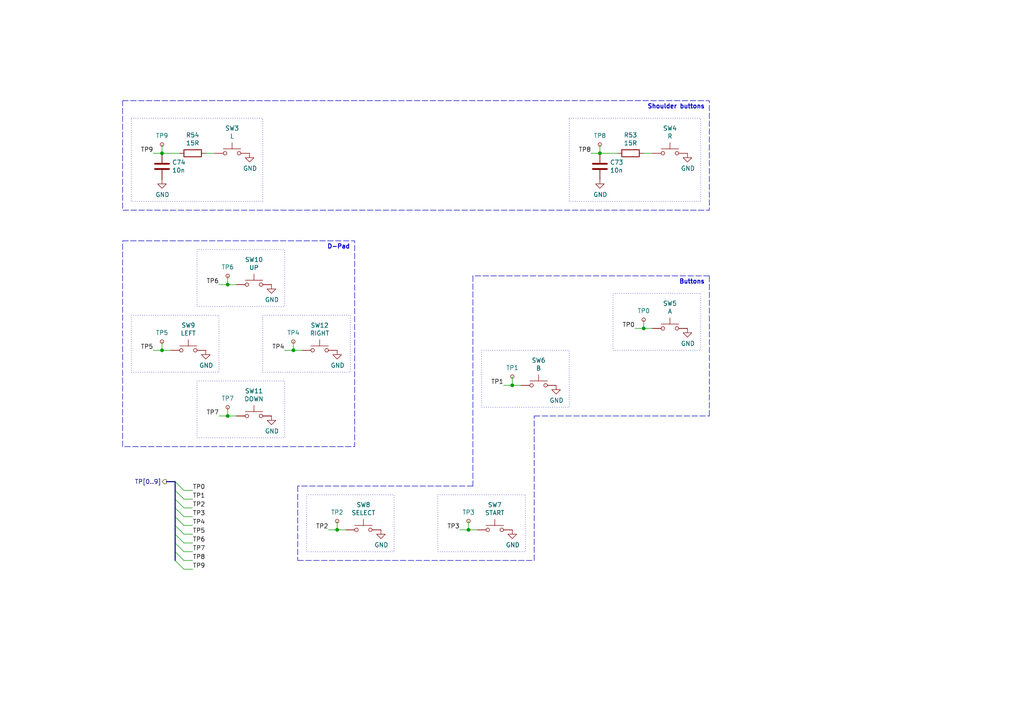
<source format=kicad_sch>
(kicad_sch (version 20230121) (generator eeschema)
  (paper "A4")
  (title_block (title "AGS-CPU-11") (date "2023-07-18") (rev "E") (company "https://gekkio.fi") (comment 1 "https://github.com/Gekkio/gb-schematics"))
  (lib_symbols
    (symbol "Connector:TestPoint_Small" (pin_numbers hide) (pin_names (offset 0.762) hide)
      (property "Reference" "TP" (at 0 3.81 0))
      (property "Value" "TestPoint_Small" (at 0 2.032 0))
      (symbol "TestPoint_Small_0_1"
        (circle (center 0 0) (radius 0.508))
      )
      (symbol "TestPoint_Small_1_1"
        (pin passive line (at 0 0 90) (length 0) (name "1") (number "1"))
      )
    )
    (symbol "Device:C" (pin_numbers hide) (pin_names (offset 0.254))
      (property "Reference" "C" (at 0.635 2.54 0))
      (property "Value" "C" (at 0.635 -2.54 0))
      (symbol "C_0_1"
        (polyline (pts (xy -2.032 -0.762) (xy 2.032 -0.762)) (stroke (width 0.508)))
        (polyline (pts (xy -2.032 0.762) (xy 2.032 0.762)) (stroke (width 0.508)))
      )
      (symbol "C_1_1"
        (pin passive line (at 0 3.81 270) (length 2.794) (name "~") (number "1"))
        (pin passive line (at 0 -3.81 90) (length 2.794) (name "~") (number "2"))
      )
    )
    (symbol "Device:R" (pin_numbers hide) (pin_names (offset 0))
      (property "Reference" "R" (at 2.032 0 90))
      (property "Value" "R" (at 0 0 90))
      (symbol "R_0_1"
        (rectangle (start -1.016 -2.54) (end 1.016 2.54) (stroke (width 0.254)))
      )
      (symbol "R_1_1"
        (pin passive line (at 0 3.81 270) (length 1.27) (name "~") (number "1"))
        (pin passive line (at 0 -3.81 90) (length 1.27) (name "~") (number "2"))
      )
    )
    (symbol "Switch:SW_Push" (pin_numbers hide) (pin_names (offset 1.016) hide)
      (property "Reference" "SW" (at 1.27 2.54 0))
      (property "Value" "SW_Push" (at 0 -1.524 0))
      (symbol "SW_Push_0_1"
        (circle (center -2.032 0) (radius 0.508))
        (polyline (pts (xy 0 1.27) (xy 0 3.048)))
        (polyline (pts (xy 2.54 1.27) (xy -2.54 1.27)))
        (circle (center 2.032 0) (radius 0.508))
        (pin passive line (at -5.08 0 0) (length 2.54) (name "1") (number "1"))
        (pin passive line (at 5.08 0 180) (length 2.54) (name "2") (number "2"))
      )
    )
    (symbol "power:GND" (power) (pin_names (offset 0))
      (property "Value" "GND" (at 0 -3.81 0))
      (symbol "GND_0_1"
        (polyline (pts (xy 0 0) (xy 0 -1.27) (xy 1.27 -1.27) (xy 0 -2.54) (xy -1.27 -1.27) (xy 0 -1.27)))
      )
      (symbol "GND_1_1"
        (pin power_in line (at 0 0 270) (length 0) hide (name "GND") (number "1"))
      )
    )
  )
  (junction (at 46.99 101.6))
  (junction (at 148.59 111.76))
  (junction (at 66.04 82.55))
  (junction (at 85.09 101.6))
  (junction (at 66.04 120.65))
  (junction (at 135.89 153.67))
  (junction (at 46.99 44.45))
  (junction (at 173.99 44.45))
  (junction (at 97.79 153.67))
  (junction (at 186.69 95.25))
  (bus_entry (at 50.8 147.32) (size 2.54 2.54))
  (bus_entry (at 50.8 144.78) (size 2.54 2.54))
  (bus_entry (at 50.8 160.02) (size 2.54 2.54))
  (bus_entry (at 50.8 139.7) (size 2.54 2.54))
  (bus_entry (at 50.8 157.48) (size 2.54 2.54))
  (bus_entry (at 50.8 162.56) (size 2.54 2.54))
  (bus_entry (at 50.8 149.86) (size 2.54 2.54))
  (bus_entry (at 50.8 142.24) (size 2.54 2.54))
  (bus_entry (at 50.8 152.4) (size 2.54 2.54))
  (bus_entry (at 50.8 154.94) (size 2.54 2.54))
  (wire (pts (xy 95.25 153.67) (xy 97.79 153.67)))
  (bus (pts (xy 50.8 144.78) (xy 50.8 147.32)))
  (wire (pts (xy 179.07 44.45) (xy 173.99 44.45)))
  (polyline (pts (xy 86.36 140.97) (xy 86.36 162.56)) (stroke (width 0) (type dash)))
  (wire (pts (xy 53.34 142.24) (xy 55.88 142.24)))
  (wire (pts (xy 66.04 118.11) (xy 66.04 120.65)))
  (wire (pts (xy 63.5 120.65) (xy 66.04 120.65)))
  (wire (pts (xy 97.79 153.67) (xy 100.33 153.67)))
  (wire (pts (xy 44.45 101.6) (xy 46.99 101.6)))
  (polyline (pts (xy 154.94 120.65) (xy 205.74 120.65)) (stroke (width 0) (type dash)))
  (wire (pts (xy 46.99 41.91) (xy 46.99 44.45)))
  (bus (pts (xy 50.8 152.4) (xy 50.8 154.94)))
  (wire (pts (xy 186.69 95.25) (xy 189.23 95.25)))
  (wire (pts (xy 52.07 44.45) (xy 46.99 44.45)))
  (wire (pts (xy 53.34 160.02) (xy 55.88 160.02)))
  (bus (pts (xy 50.8 157.48) (xy 50.8 160.02)))
  (bus (pts (xy 50.8 160.02) (xy 50.8 162.56)))
  (wire (pts (xy 66.04 120.65) (xy 68.58 120.65)))
  (wire (pts (xy 53.34 152.4) (xy 55.88 152.4)))
  (polyline (pts (xy 154.94 162.56) (xy 154.94 120.65)) (stroke (width 0) (type dash)))
  (wire (pts (xy 133.35 153.67) (xy 135.89 153.67)))
  (polyline (pts (xy 86.36 162.56) (xy 154.94 162.56)) (stroke (width 0) (type dash)))
  (wire (pts (xy 135.89 151.13) (xy 135.89 153.67)))
  (wire (pts (xy 97.79 151.13) (xy 97.79 153.67)))
  (wire (pts (xy 53.34 147.32) (xy 55.88 147.32)))
  (wire (pts (xy 135.89 153.67) (xy 138.43 153.67)))
  (wire (pts (xy 53.34 157.48) (xy 55.88 157.48)))
  (wire (pts (xy 46.99 101.6) (xy 49.53 101.6)))
  (polyline (pts (xy 205.74 80.01) (xy 137.16 80.01)) (stroke (width 0) (type dash)))
  (wire (pts (xy 63.5 82.55) (xy 66.04 82.55)))
  (bus (pts (xy 50.8 154.94) (xy 50.8 157.48)))
  (wire (pts (xy 53.34 149.86) (xy 55.88 149.86)))
  (wire (pts (xy 59.69 44.45) (xy 62.23 44.45)))
  (wire (pts (xy 82.55 101.6) (xy 85.09 101.6)))
  (polyline (pts (xy 137.16 140.97) (xy 86.36 140.97)) (stroke (width 0) (type dash)))
  (bus (pts (xy 50.8 147.32) (xy 50.8 149.86)))
  (wire (pts (xy 53.34 154.94) (xy 55.88 154.94)))
  (wire (pts (xy 148.59 109.22) (xy 148.59 111.76)))
  (wire (pts (xy 53.34 144.78) (xy 55.88 144.78)))
  (wire (pts (xy 46.99 44.45) (xy 44.45 44.45)))
  (polyline (pts (xy 205.74 120.65) (xy 205.74 80.01)) (stroke (width 0) (type dash)))
  (wire (pts (xy 85.09 101.6) (xy 87.63 101.6)))
  (wire (pts (xy 173.99 44.45) (xy 171.45 44.45)))
  (wire (pts (xy 46.99 99.06) (xy 46.99 101.6)))
  (polyline (pts (xy 137.16 80.01) (xy 137.16 140.97)) (stroke (width 0) (type dash)))
  (wire (pts (xy 66.04 80.01) (xy 66.04 82.55)))
  (wire (pts (xy 85.09 99.06) (xy 85.09 101.6)))
  (wire (pts (xy 184.15 95.25) (xy 186.69 95.25)))
  (bus (pts (xy 50.8 139.7) (xy 50.8 142.24)))
  (wire (pts (xy 53.34 165.1) (xy 55.88 165.1)))
  (bus (pts (xy 50.8 149.86) (xy 50.8 152.4)))
  (wire (pts (xy 146.05 111.76) (xy 148.59 111.76)))
  (wire (pts (xy 173.99 41.91) (xy 173.99 44.45)))
  (wire (pts (xy 186.69 92.71) (xy 186.69 95.25)))
  (wire (pts (xy 53.34 162.56) (xy 55.88 162.56)))
  (wire (pts (xy 148.59 111.76) (xy 151.13 111.76)))
  (bus (pts (xy 50.8 139.7) (xy 48.26 139.7)))
  (bus (pts (xy 50.8 142.24) (xy 50.8 144.78)))
  (wire (pts (xy 186.69 44.45) (xy 189.23 44.45)))
  (wire (pts (xy 66.04 82.55) (xy 68.58 82.55)))
  (rectangle (start 165.1 34.29) (end 203.2 58.42) (stroke (width 0) (type dot)))
  (rectangle (start 177.8 85.09) (end 203.2 101.6) (stroke (width 0) (type dot)))
  (rectangle (start 139.7 101.6) (end 165.1 118.11) (stroke (width 0) (type dot)))
  (rectangle (start 127 143.51) (end 152.4 160.02) (stroke (width 0) (type dot)))
  (rectangle (start 38.1 91.44) (end 63.5 107.95) (stroke (width 0) (type dot)))
  (rectangle (start 76.2 91.44) (end 101.6 107.95) (stroke (width 0) (type dot)))
  (rectangle (start 35.56 69.85) (end 102.87 129.54) (stroke (width 0) (type dash)))
  (rectangle (start 35.56 29.21) (end 205.74 60.96) (stroke (width 0) (type dash)))
  (rectangle (start 57.15 110.49) (end 82.55 127) (stroke (width 0) (type dot)))
  (rectangle (start 57.15 72.39) (end 82.55 88.9) (stroke (width 0) (type dot)))
  (rectangle (start 38.1 34.29) (end 76.2 58.42) (stroke (width 0) (type dot)))
  (rectangle (start 88.9 143.51) (end 114.3 160.02) (stroke (width 0) (type dot)))
  (text "D-Pad" (at 101.6 72.39 0) (effects (font (size 1.27 1.27) (thickness 0.254) bold) (justify right bottom)))
  (text "Shoulder buttons" (at 204.47 31.75 0) (effects (font (size 1.27 1.27) (thickness 0.254) bold) (justify right bottom)))
  (text "Buttons" (at 204.47 82.55 0) (effects (font (size 1.27 1.27) (thickness 0.254) bold) (justify right bottom)))
  (label "TP1" (at 55.88 144.78 0))
  (label "TP7" (at 63.5 120.65 180))
  (label "TP7" (at 55.88 160.02 0))
  (label "TP4" (at 82.55 101.6 180))
  (label "TP2" (at 55.88 147.32 0))
  (label "TP0" (at 55.88 142.24 0))
  (label "TP6" (at 63.5 82.55 180))
  (label "TP0" (at 184.15 95.25 180))
  (label "TP8" (at 55.88 162.56 0))
  (label "TP5" (at 44.45 101.6 180))
  (label "TP1" (at 146.05 111.76 180))
  (label "TP2" (at 95.25 153.67 180))
  (label "TP8" (at 171.45 44.45 180))
  (label "TP3" (at 55.88 149.86 0))
  (label "TP4" (at 55.88 152.4 0))
  (label "TP3" (at 133.35 153.67 180))
  (label "TP9" (at 44.45 44.45 180))
  (label "TP9" (at 55.88 165.1 0))
  (label "TP6" (at 55.88 157.48 0))
  (label "TP5" (at 55.88 154.94 0))
  (hierarchical_label "TP[0..9]" (shape output) (at 48.26 139.7 180))
  (symbol (lib_id "Switch:SW_Push") (at 73.66 82.55 0) (unit 1)
    (property "Reference" "SW10" (at 73.66 75.311 0))
    (property "Value" "UP" (at 73.66 77.6224 0))
  )
  (symbol (lib_id "Switch:SW_Push") (at 73.66 120.65 0) (unit 1)
    (property "Reference" "SW11" (at 73.66 113.411 0))
    (property "Value" "DOWN" (at 73.66 115.7224 0))
  )
  (symbol (lib_id "Switch:SW_Push") (at 92.71 101.6 0) (unit 1)
    (property "Reference" "SW12" (at 92.71 94.361 0))
    (property "Value" "RIGHT" (at 92.71 96.6724 0))
  )
  (symbol (lib_id "Switch:SW_Push") (at 54.61 101.6 0) (unit 1)
    (property "Reference" "SW9" (at 54.61 94.361 0))
    (property "Value" "LEFT" (at 54.61 96.6724 0))
  )
  (symbol (lib_id "power:GND") (at 59.69 101.6 0) (unit 1)
    (property "Reference" "#PWR0157" (effects hide))
    (property "Value" "GND" (at 59.817 105.9942 0))
  )
  (symbol (lib_id "power:GND") (at 78.74 82.55 0) (unit 1)
    (property "Reference" "#PWR0158" (effects hide))
    (property "Value" "GND" (at 78.867 86.9442 0))
  )
  (symbol (lib_id "power:GND") (at 97.79 101.6 0) (unit 1)
    (property "Reference" "#PWR0159" (effects hide))
    (property "Value" "GND" (at 97.917 105.9942 0))
  )
  (symbol (lib_id "power:GND") (at 78.74 120.65 0) (unit 1)
    (property "Reference" "#PWR0160" (effects hide))
    (property "Value" "GND" (at 78.867 125.0442 0))
  )
  (symbol (lib_id "Connector:TestPoint_Small") (at 46.99 99.06 0) (unit 1)
    (property "Reference" "TP37" (effects hide))
    (property "Value" "TP5" (at 46.99 96.52 0))
  )
  (symbol (lib_id "Connector:TestPoint_Small") (at 85.09 99.06 0) (unit 1)
    (property "Reference" "TP40" (effects hide))
    (property "Value" "TP4" (at 85.09 96.52 0))
  )
  (symbol (lib_id "Connector:TestPoint_Small") (at 66.04 80.01 0) (unit 1)
    (property "Reference" "TP38" (effects hide))
    (property "Value" "TP6" (at 66.04 77.47 0))
  )
  (symbol (lib_id "Connector:TestPoint_Small") (at 66.04 118.11 0) (unit 1)
    (property "Reference" "TP39" (effects hide))
    (property "Value" "TP7" (at 66.04 115.57 0))
  )
  (symbol (lib_id "Switch:SW_Push") (at 105.41 153.67 0) (unit 1)
    (property "Reference" "SW8" (at 105.41 146.431 0))
    (property "Value" "SELECT" (at 105.41 148.7424 0))
  )
  (symbol (lib_id "power:GND") (at 110.49 153.67 0) (unit 1)
    (property "Reference" "#PWR0161" (effects hide))
    (property "Value" "GND" (at 110.617 158.0642 0))
  )
  (symbol (lib_id "Connector:TestPoint_Small") (at 97.79 151.13 0) (unit 1)
    (property "Reference" "TP41" (effects hide))
    (property "Value" "TP2" (at 97.79 148.59 0))
  )
  (symbol (lib_id "Switch:SW_Push") (at 143.51 153.67 0) (unit 1)
    (property "Reference" "SW7" (at 143.51 146.431 0))
    (property "Value" "START" (at 143.51 148.7424 0))
  )
  (symbol (lib_id "power:GND") (at 148.59 153.67 0) (unit 1)
    (property "Reference" "#PWR0162" (effects hide))
    (property "Value" "GND" (at 148.717 158.0642 0))
  )
  (symbol (lib_id "Connector:TestPoint_Small") (at 135.89 151.13 0) (unit 1)
    (property "Reference" "TP42" (effects hide))
    (property "Value" "TP3" (at 135.89 148.59 0))
  )
  (symbol (lib_id "Switch:SW_Push") (at 156.21 111.76 0) (unit 1)
    (property "Reference" "SW6" (at 156.21 104.521 0))
    (property "Value" "B" (at 156.21 106.8324 0))
  )
  (symbol (lib_id "power:GND") (at 161.29 111.76 0) (unit 1)
    (property "Reference" "#PWR0163" (effects hide))
    (property "Value" "GND" (at 161.417 116.1542 0))
  )
  (symbol (lib_id "Connector:TestPoint_Small") (at 148.59 109.22 0) (unit 1)
    (property "Reference" "TP43" (effects hide))
    (property "Value" "TP1" (at 148.59 106.68 0))
  )
  (symbol (lib_id "Switch:SW_Push") (at 194.31 95.25 0) (unit 1)
    (property "Reference" "SW5" (at 194.31 88.011 0))
    (property "Value" "A" (at 194.31 90.3224 0))
  )
  (symbol (lib_id "power:GND") (at 199.39 95.25 0) (unit 1)
    (property "Reference" "#PWR0164" (effects hide))
    (property "Value" "GND" (at 199.517 99.6442 0))
  )
  (symbol (lib_id "Connector:TestPoint_Small") (at 186.69 92.71 0) (unit 1)
    (property "Reference" "TP45" (effects hide))
    (property "Value" "TP0" (at 186.69 90.17 0))
  )
  (symbol (lib_id "Switch:SW_Push") (at 67.31 44.45 0) (unit 1)
    (property "Reference" "SW3" (at 67.31 37.211 0))
    (property "Value" "L" (at 67.31 39.5224 0))
  )
  (symbol (lib_id "power:GND") (at 72.39 44.45 0) (unit 1)
    (property "Reference" "#PWR0165" (effects hide))
    (property "Value" "GND" (at 72.517 48.8442 0))
  )
  (symbol (lib_id "Device:R") (at 55.88 44.45 270) (unit 1)
    (property "Reference" "R54" (at 55.88 39.1922 90))
    (property "Value" "15R" (at 55.88 41.5036 90))
  )
  (symbol (lib_id "Device:C") (at 46.99 48.26 0) (unit 1)
    (property "Reference" "C74" (at 49.911 47.0916 0) (effects (justify left)))
    (property "Value" "10n" (at 49.911 49.403 0) (effects (justify left)))
  )
  (symbol (lib_id "Connector:TestPoint_Small") (at 46.99 41.91 90) (unit 1)
    (property "Reference" "TP36" (effects hide))
    (property "Value" "TP9" (at 46.99 39.37 90))
  )
  (symbol (lib_id "power:GND") (at 46.99 52.07 0) (unit 1)
    (property "Reference" "#PWR0166" (effects hide))
    (property "Value" "GND" (at 47.117 56.4642 0))
  )
  (symbol (lib_id "Switch:SW_Push") (at 194.31 44.45 0) (unit 1)
    (property "Reference" "SW4" (at 194.31 37.211 0))
    (property "Value" "R" (at 194.31 39.5224 0))
  )
  (symbol (lib_id "power:GND") (at 199.39 44.45 0) (unit 1)
    (property "Reference" "#PWR0167" (effects hide))
    (property "Value" "GND" (at 199.517 48.8442 0))
  )
  (symbol (lib_id "Device:R") (at 182.88 44.45 270) (unit 1)
    (property "Reference" "R53" (at 182.88 39.1922 90))
    (property "Value" "15R" (at 182.88 41.5036 90))
  )
  (symbol (lib_id "Device:C") (at 173.99 48.26 0) (unit 1)
    (property "Reference" "C73" (at 176.911 47.0916 0) (effects (justify left)))
    (property "Value" "10n" (at 176.911 49.403 0) (effects (justify left)))
  )
  (symbol (lib_id "Connector:TestPoint_Small") (at 173.99 41.91 90) (unit 1)
    (property "Reference" "TP44" (effects hide))
    (property "Value" "TP8" (at 173.99 39.37 90))
  )
  (symbol (lib_id "power:GND") (at 173.99 52.07 0) (unit 1)
    (property "Reference" "#PWR0168" (effects hide))
    (property "Value" "GND" (at 174.117 56.4642 0))
  )
)
</source>
